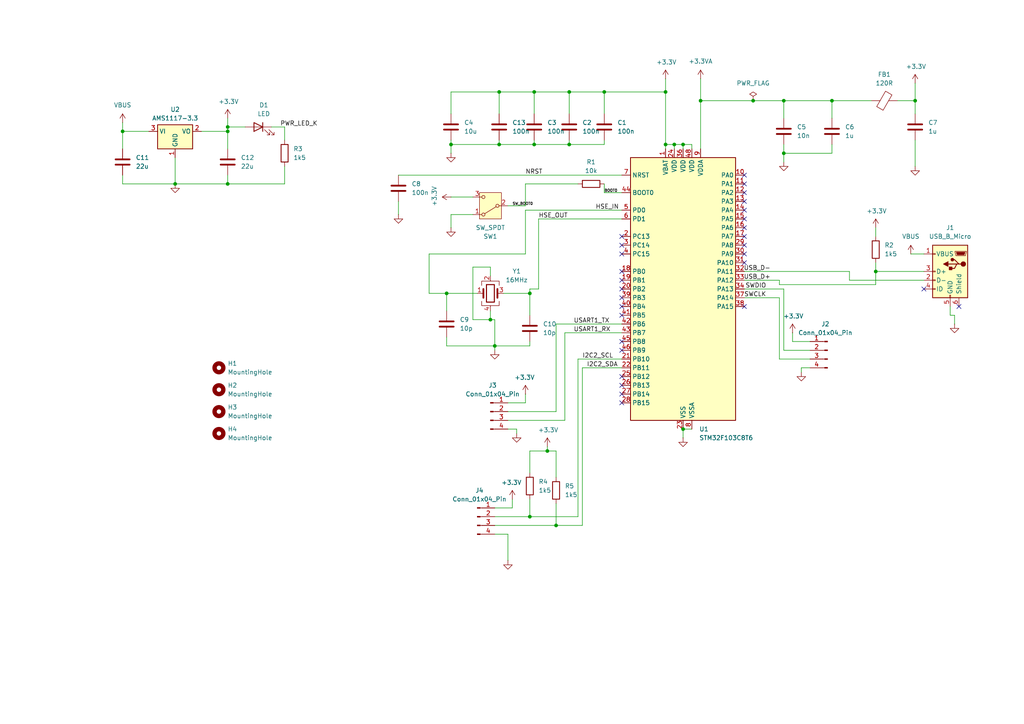
<source format=kicad_sch>
(kicad_sch (version 20250114) (generator "eeschema") (generator_version "9.0")
  (paper "A4")
  (title_block (title "STM32 PCB BOARD") (date "2025-04-25") (rev "0.1") (company "Denis"))
  (lib_symbols
    (symbol "Connector:Conn_01x04_Pin" (pin_names (offset 1.016) (hide yes))
      (property "Reference" "J" (at 0 5.08 0))
      (property "Value" "Conn_01x04_Pin" (at 0 -7.62 0))
      (symbol "Conn_01x04_Pin_1_1"
        (rectangle (start 0.8636 2.667) (end 0 2.413) (stroke (width 0.1524)) (fill (type outline)))
        (rectangle (start 0.8636 0.127) (end 0 -0.127) (stroke (width 0.1524)) (fill (type outline)))
        (rectangle (start 0.8636 -2.413) (end 0 -2.667) (stroke (width 0.1524)) (fill (type outline)))
        (rectangle (start 0.8636 -4.953) (end 0 -5.207) (stroke (width 0.1524)) (fill (type outline)))
        (polyline (pts (xy 1.27 2.54) (xy 0.8636 2.54)) (stroke (width 0.1524)))
        (polyline (pts (xy 1.27 0) (xy 0.8636 0)) (stroke (width 0.1524)))
        (polyline (pts (xy 1.27 -2.54) (xy 0.8636 -2.54)) (stroke (width 0.1524)))
        (polyline (pts (xy 1.27 -5.08) (xy 0.8636 -5.08)) (stroke (width 0.1524)))
        (pin passive line (at 5.08 2.54 180) (length 3.81) (name "Pin_1") (number "1"))
        (pin passive line (at 5.08 0 180) (length 3.81) (name "Pin_2") (number "2"))
        (pin passive line (at 5.08 -2.54 180) (length 3.81) (name "Pin_3") (number "3"))
        (pin passive line (at 5.08 -5.08 180) (length 3.81) (name "Pin_4") (number "4"))
      )
    )
    (symbol "Connector:USB_B_Micro" (pin_names (offset 1.016))
      (property "Reference" "J" (at -5.08 11.43 0))
      (property "Value" "USB_B_Micro" (at -5.08 8.89 0))
      (symbol "USB_B_Micro_0_1"
        (rectangle (start -5.08 -7.62) (end 5.08 7.62) (stroke (width 0.254)) (fill (type background)))
        (polyline (pts (xy -4.699 5.842) (xy -4.699 5.588) (xy -4.445 4.826) (xy -4.445 4.572) (xy -1.651 4.572) (xy -1.651 4.826) (xy -1.397 5.588) (xy -1.397 5.842) (xy -4.699 5.842)))
        (polyline (pts (xy -4.318 5.588) (xy -1.778 5.588) (xy -2.032 4.826) (xy -4.064 4.826) (xy -4.318 5.588)) (fill (type outline)))
        (circle (center -3.81 2.159) (radius 0.635) (stroke (width 0.254)) (fill (type outline)))
        (polyline (pts (xy -3.175 2.159) (xy -2.54 2.159) (xy -1.27 3.429) (xy -0.635 3.429)) (stroke (width 0.254)))
        (polyline (pts (xy -2.54 2.159) (xy -1.905 2.159) (xy -1.27 0.889) (xy 0 0.889)) (stroke (width 0.254)))
        (polyline (pts (xy -1.905 2.159) (xy 0.635 2.159)) (stroke (width 0.254)))
        (circle (center -0.635 3.429) (radius 0.381) (stroke (width 0.254)) (fill (type outline)))
        (rectangle (start -0.127 -7.62) (end 0.127 -6.858))
        (rectangle (start 0.254 1.27) (end -0.508 0.508) (stroke (width 0.254)) (fill (type outline)))
        (polyline (pts (xy 0.635 2.794) (xy 0.635 1.524) (xy 1.905 2.159) (xy 0.635 2.794)) (stroke (width 0.254)) (fill (type outline)))
        (rectangle (start 5.08 4.953) (end 4.318 5.207))
        (rectangle (start 5.08 -0.127) (end 4.318 0.127))
        (rectangle (start 5.08 -2.667) (end 4.318 -2.413))
        (rectangle (start 5.08 -5.207) (end 4.318 -4.953))
      )
      (symbol "USB_B_Micro_1_1"
        (pin passive line (at -2.54 -10.16 90) (length 2.54) (name "Shield") (number "6"))
        (pin power_out line (at 0 -10.16 90) (length 2.54) (name "GND") (number "5"))
        (pin power_out line (at 7.62 5.08 180) (length 2.54) (name "VBUS") (number "1"))
        (pin bidirectional line (at 7.62 0 180) (length 2.54) (name "D+") (number "3"))
        (pin bidirectional line (at 7.62 -2.54 180) (length 2.54) (name "D-") (number "2"))
        (pin passive line (at 7.62 -5.08 180) (length 2.54) (name "ID") (number "4"))
      )
    )
    (symbol "Device:C" (pin_numbers (hide yes)) (pin_names (offset 0.254))
      (property "Reference" "C" (at 0.635 2.54 0))
      (property "Value" "C" (at 0.635 -2.54 0))
      (symbol "C_0_1"
        (polyline (pts (xy -2.032 0.762) (xy 2.032 0.762)) (stroke (width 0.508)))
        (polyline (pts (xy -2.032 -0.762) (xy 2.032 -0.762)) (stroke (width 0.508)))
      )
      (symbol "C_1_1"
        (pin passive line (at 0 3.81 270) (length 2.794) (name "~") (number "1"))
        (pin passive line (at 0 -3.81 90) (length 2.794) (name "~") (number "2"))
      )
    )
    (symbol "Device:Crystal_GND24" (pin_names (offset 1.016) (hide yes))
      (property "Reference" "Y" (at 3.175 5.08 0))
      (property "Value" "Crystal_GND24" (at 3.175 3.175 0))
      (symbol "Crystal_GND24_0_1"
        (polyline (pts (xy -2.54 2.286) (xy -2.54 3.556) (xy 2.54 3.556) (xy 2.54 2.286)))
        (polyline (pts (xy -2.54 0) (xy -2.032 0)))
        (polyline (pts (xy -2.54 -2.286) (xy -2.54 -3.556) (xy 2.54 -3.556) (xy 2.54 -2.286)))
        (polyline (pts (xy -2.032 -1.27) (xy -2.032 1.27)) (stroke (width 0.508)))
        (rectangle (start -1.143 2.54) (end 1.143 -2.54) (stroke (width 0.3048)))
        (polyline (pts (xy 0 3.556) (xy 0 3.81)))
        (polyline (pts (xy 0 -3.81) (xy 0 -3.556)))
        (polyline (pts (xy 2.032 0) (xy 2.54 0)))
        (polyline (pts (xy 2.032 -1.27) (xy 2.032 1.27)) (stroke (width 0.508)))
      )
      (symbol "Crystal_GND24_1_1"
        (pin passive line (at -3.81 0 0) (length 1.27) (name "1") (number "1"))
        (pin passive line (at 0 5.08 270) (length 1.27) (name "2") (number "2"))
        (pin passive line (at 0 -5.08 90) (length 1.27) (name "4") (number "4"))
        (pin passive line (at 3.81 0 180) (length 1.27) (name "3") (number "3"))
      )
    )
    (symbol "Device:FerriteBead" (pin_numbers (hide yes)) (pin_names (offset 0))
      (property "Reference" "FB" (at -3.81 0.635 90))
      (property "Value" "FerriteBead" (at 3.81 0 90))
      (symbol "FerriteBead_0_1"
        (polyline (pts (xy -2.7686 0.4064) (xy -1.7018 2.2606) (xy 2.7686 -0.3048) (xy 1.6764 -2.159) (xy -2.7686 0.4064)))
        (polyline (pts (xy 0 1.27) (xy 0 1.2954)))
        (polyline (pts (xy 0 -1.27) (xy 0 -1.2192)))
      )
      (symbol "FerriteBead_1_1"
        (pin passive line (at 0 3.81 270) (length 2.54) (name "~") (number "1"))
        (pin passive line (at 0 -3.81 90) (length 2.54) (name "~") (number "2"))
      )
    )
    (symbol "Device:LED" (pin_numbers (hide yes)) (pin_names (offset 1.016) (hide yes))
      (property "Reference" "D" (at 0 2.54 0))
      (property "Value" "LED" (at 0 -2.54 0))
      (symbol "LED_0_1"
        (polyline (pts (xy -3.048 -0.762) (xy -4.572 -2.286) (xy -3.81 -2.286) (xy -4.572 -2.286) (xy -4.572 -1.524)))
        (polyline (pts (xy -1.778 -0.762) (xy -3.302 -2.286) (xy -2.54 -2.286) (xy -3.302 -2.286) (xy -3.302 -1.524)))
        (polyline (pts (xy -1.27 0) (xy 1.27 0)))
        (polyline (pts (xy -1.27 -1.27) (xy -1.27 1.27)) (stroke (width 0.254)))
        (polyline (pts (xy 1.27 -1.27) (xy 1.27 1.27) (xy -1.27 0) (xy 1.27 -1.27)) (stroke (width 0.254)))
      )
      (symbol "LED_1_1"
        (pin passive line (at -3.81 0 0) (length 2.54) (name "K") (number "1"))
        (pin passive line (at 3.81 0 180) (length 2.54) (name "A") (number "2"))
      )
    )
    (symbol "Device:R" (pin_numbers (hide yes)) (pin_names (offset 0))
      (property "Reference" "R" (at 2.032 0 90))
      (property "Value" "R" (at 0 0 90))
      (symbol "R_0_1"
        (rectangle (start -1.016 -2.54) (end 1.016 2.54) (stroke (width 0.254)))
      )
      (symbol "R_1_1"
        (pin passive line (at 0 3.81 270) (length 1.27) (name "~") (number "1"))
        (pin passive line (at 0 -3.81 90) (length 1.27) (name "~") (number "2"))
      )
    )
    (symbol "MCU_ST_STM32F1:STM32F103C8Tx"
      (property "Reference" "U" (at -15.24 39.37 0))
      (property "Value" "STM32F103C8Tx" (at 7.62 39.37 0))
      (symbol "STM32F103C8Tx_0_1"
        (rectangle (start -15.24 -38.1) (end 15.24 38.1) (stroke (width 0.254)) (fill (type background)))
      )
      (symbol "STM32F103C8Tx_1_1"
        (pin input line (at -17.78 33.02 0) (length 2.54) (name "NRST") (number "7"))
        (pin input line (at -17.78 27.94 0) (length 2.54) (name "BOOT0") (number "44"))
        (pin bidirectional line (at -17.78 22.86 0) (length 2.54) (name "PD0") (number "5"))
        (pin bidirectional line (at -17.78 20.32 0) (length 2.54) (name "PD1") (number "6"))
        (pin bidirectional line (at -17.78 15.24 0) (length 2.54) (name "PC13") (number "2"))
        (pin bidirectional line (at -17.78 12.7 0) (length 2.54) (name "PC14") (number "3"))
        (pin bidirectional line (at -17.78 10.16 0) (length 2.54) (name "PC15") (number "4"))
        (pin bidirectional line (at -17.78 5.08 0) (length 2.54) (name "PB0") (number "18"))
        (pin bidirectional line (at -17.78 2.54 0) (length 2.54) (name "PB1") (number "19"))
        (pin bidirectional line (at -17.78 0 0) (length 2.54) (name "PB2") (number "20"))
        (pin bidirectional line (at -17.78 -2.54 0) (length 2.54) (name "PB3") (number "39"))
        (pin bidirectional line (at -17.78 -5.08 0) (length 2.54) (name "PB4") (number "40"))
        (pin bidirectional line (at -17.78 -7.62 0) (length 2.54) (name "PB5") (number "41"))
        (pin bidirectional line (at -17.78 -10.16 0) (length 2.54) (name "PB6") (number "42"))
        (pin bidirectional line (at -17.78 -12.7 0) (length 2.54) (name "PB7") (number "43"))
        (pin bidirectional line (at -17.78 -15.24 0) (length 2.54) (name "PB8") (number "45"))
        (pin bidirectional line (at -17.78 -17.78 0) (length 2.54) (name "PB9") (number "46"))
        (pin bidirectional line (at -17.78 -20.32 0) (length 2.54) (name "PB10") (number "21"))
        (pin bidirectional line (at -17.78 -22.86 0) (length 2.54) (name "PB11") (number "22"))
        (pin bidirectional line (at -17.78 -25.4 0) (length 2.54) (name "PB12") (number "25"))
        (pin bidirectional line (at -17.78 -27.94 0) (length 2.54) (name "PB13") (number "26"))
        (pin bidirectional line (at -17.78 -30.48 0) (length 2.54) (name "PB14") (number "27"))
        (pin bidirectional line (at -17.78 -33.02 0) (length 2.54) (name "PB15") (number "28"))
        (pin power_in line (at -5.08 40.64 270) (length 2.54) (name "VBAT") (number "1"))
        (pin power_in line (at -2.54 40.64 270) (length 2.54) (name "VDD") (number "24"))
        (pin power_in line (at 0 40.64 270) (length 2.54) (name "VDD") (number "36"))
        (pin power_in line (at 0 -40.64 90) (length 2.54) (name "VSS") (number "23"))
        (pin passive line (at 0 -40.64 90) (length 2.54) (hide yes) (name "VSS") (number "35"))
        (pin passive line (at 0 -40.64 90) (length 2.54) (hide yes) (name "VSS") (number "47"))
        (pin power_in line (at 2.54 40.64 270) (length 2.54) (name "VDD") (number "48"))
        (pin power_in line (at 2.54 -40.64 90) (length 2.54) (name "VSSA") (number "8"))
        (pin power_in line (at 5.08 40.64 270) (length 2.54) (name "VDDA") (number "9"))
        (pin bidirectional line (at 17.78 33.02 180) (length 2.54) (name "PA0") (number "10"))
        (pin bidirectional line (at 17.78 30.48 180) (length 2.54) (name "PA1") (number "11"))
        (pin bidirectional line (at 17.78 27.94 180) (length 2.54) (name "PA2") (number "12"))
        (pin bidirectional line (at 17.78 25.4 180) (length 2.54) (name "PA3") (number "13"))
        (pin bidirectional line (at 17.78 22.86 180) (length 2.54) (name "PA4") (number "14"))
        (pin bidirectional line (at 17.78 20.32 180) (length 2.54) (name "PA5") (number "15"))
        (pin bidirectional line (at 17.78 17.78 180) (length 2.54) (name "PA6") (number "16"))
        (pin bidirectional line (at 17.78 15.24 180) (length 2.54) (name "PA7") (number "17"))
        (pin bidirectional line (at 17.78 12.7 180) (length 2.54) (name "PA8") (number "29"))
        (pin bidirectional line (at 17.78 10.16 180) (length 2.54) (name "PA9") (number "30"))
        (pin bidirectional line (at 17.78 7.62 180) (length 2.54) (name "PA10") (number "31"))
        (pin bidirectional line (at 17.78 5.08 180) (length 2.54) (name "PA11") (number "32"))
        (pin bidirectional line (at 17.78 2.54 180) (length 2.54) (name "PA12") (number "33"))
        (pin bidirectional line (at 17.78 0 180) (length 2.54) (name "PA13") (number "34"))
        (pin bidirectional line (at 17.78 -2.54 180) (length 2.54) (name "PA14") (number "37"))
        (pin bidirectional line (at 17.78 -5.08 180) (length 2.54) (name "PA15") (number "38"))
      )
    )
    (symbol "Mechanical:MountingHole" (pin_names (offset 1.016)) (in_bom no)
      (property "Reference" "H" (at 0 5.08 0))
      (property "Value" "MountingHole" (at 0 3.175 0))
      (symbol "MountingHole_0_1"
        (circle (center 0 0) (radius 1.27) (stroke (width 1.27)))
      )
    )
    (symbol "Regulator_Linear:AMS1117-3.3"
      (property "Reference" "U" (at -3.81 3.175 0))
      (property "Value" "AMS1117-3.3" (at 0 3.175 0))
      (symbol "AMS1117-3.3_0_1"
        (rectangle (start -5.08 -5.08) (end 5.08 1.905) (stroke (width 0.254)) (fill (type background)))
      )
      (symbol "AMS1117-3.3_1_1"
        (pin power_in line (at -7.62 0 0) (length 2.54) (name "VI") (number "3"))
        (pin power_in line (at 0 -7.62 90) (length 2.54) (name "GND") (number "1"))
        (pin power_out line (at 7.62 0 180) (length 2.54) (name "VO") (number "2"))
      )
    )
    (symbol "Switch:SW_SPDT" (pin_names (offset 0) (hide yes))
      (property "Reference" "SW" (at 0 5.08 0))
      (property "Value" "SW_SPDT" (at 0 -5.08 0))
      (symbol "SW_SPDT_0_1"
        (circle (center -2.032 0) (radius 0.4572))
        (polyline (pts (xy -1.651 0.254) (xy 1.651 2.286)))
        (circle (center 2.032 2.54) (radius 0.4572))
        (circle (center 2.032 -2.54) (radius 0.4572))
      )
      (symbol "SW_SPDT_1_1"
        (rectangle (start -3.175 3.81) (end 3.175 -3.81) (fill (type background)))
        (pin passive line (at -5.08 0 0) (length 2.54) (name "B") (number "2"))
        (pin passive line (at 5.08 2.54 180) (length 2.54) (name "A") (number "1"))
        (pin passive line (at 5.08 -2.54 180) (length 2.54) (name "C") (number "3"))
      )
    )
    (symbol "power:+3.3V" (power) (pin_numbers (hide yes)) (pin_names (offset 0) (hide yes))
      (property "Value" "+3.3V" (at 0 3.556 0))
      (symbol "+3.3V_0_1"
        (polyline (pts (xy -0.762 1.27) (xy 0 2.54)))
        (polyline (pts (xy 0 2.54) (xy 0.762 1.27)))
        (polyline (pts (xy 0 0) (xy 0 2.54)))
      )
      (symbol "+3.3V_1_1"
        (pin power_in line (at 0 0 90) (length 0) (name "~") (number "1"))
      )
    )
    (symbol "power:+3.3VA" (power) (pin_numbers (hide yes)) (pin_names (offset 0) (hide yes))
      (property "Value" "+3.3VA" (at 0 3.556 0))
      (symbol "+3.3VA_0_1"
        (polyline (pts (xy -0.762 1.27) (xy 0 2.54)))
        (polyline (pts (xy 0 2.54) (xy 0.762 1.27)))
        (polyline (pts (xy 0 0) (xy 0 2.54)))
      )
      (symbol "+3.3VA_1_1"
        (pin power_in line (at 0 0 90) (length 0) (name "~") (number "1"))
      )
    )
    (symbol "power:GND" (power) (pin_numbers (hide yes)) (pin_names (offset 0) (hide yes))
      (property "Value" "GND" (at 0 -3.81 0))
      (symbol "GND_0_1"
        (polyline (pts (xy 0 0) (xy 0 -1.27) (xy 1.27 -1.27) (xy 0 -2.54) (xy -1.27 -1.27) (xy 0 -1.27)))
      )
      (symbol "GND_1_1"
        (pin power_in line (at 0 0 270) (length 0) (name "~") (number "1"))
      )
    )
    (symbol "power:PWR_FLAG" (power) (pin_numbers (hide yes)) (pin_names (offset 0) (hide yes))
      (property "Value" "PWR_FLAG" (at 0 3.81 0))
      (symbol "PWR_FLAG_0_0"
        (pin power_out line (at 0 0 90) (length 0) (name "~") (number "1"))
      )
      (symbol "PWR_FLAG_0_1"
        (polyline (pts (xy 0 0) (xy 0 1.27) (xy -1.016 1.905) (xy 0 2.54) (xy 1.016 1.905) (xy 0 1.27)))
      )
    )
    (symbol "power:VBUS" (power) (pin_numbers (hide yes)) (pin_names (offset 0) (hide yes))
      (property "Value" "VBUS" (at 0 3.556 0))
      (symbol "VBUS_0_1"
        (polyline (pts (xy -0.762 1.27) (xy 0 2.54)))
        (polyline (pts (xy 0 2.54) (xy 0.762 1.27)))
        (polyline (pts (xy 0 0) (xy 0 2.54)))
      )
      (symbol "VBUS_1_1"
        (pin power_in line (at 0 0 90) (length 0) (name "~") (number "1"))
      )
    )
  )
  (junction (at 154.94 26.67))
  (junction (at 203.2 29.21))
  (junction (at 153.67 149.86))
  (junction (at 198.12 124.46))
  (junction (at 165.1 26.67))
  (junction (at 153.67 85.09))
  (junction (at 193.04 41.91))
  (junction (at 195.58 41.91))
  (junction (at 129.54 85.09))
  (junction (at 165.1 41.91))
  (junction (at 35.56 38.1))
  (junction (at 142.24 92.71))
  (junction (at 198.12 41.91))
  (junction (at 143.51 100.33))
  (junction (at 130.81 41.91))
  (junction (at 193.04 26.67))
  (junction (at 265.43 29.21))
  (junction (at 50.8 53.34))
  (junction (at 154.94 41.91))
  (junction (at 227.33 44.45))
  (junction (at 144.78 41.91))
  (junction (at 66.04 38.1))
  (junction (at 161.29 152.4))
  (junction (at 66.04 53.34))
  (junction (at 175.26 26.67))
  (junction (at 144.78 26.67))
  (junction (at 158.75 130.81))
  (junction (at 254 78.74))
  (junction (at 66.04 36.83))
  (junction (at 241.3 29.21))
  (junction (at 227.33 29.21))
  (junction (at 218.44 29.21))
  (no_connect (at 215.9 73.66))
  (no_connect (at 180.34 88.9))
  (no_connect (at 180.34 109.22))
  (no_connect (at 180.34 101.6))
  (no_connect (at 180.34 83.82))
  (no_connect (at 180.34 86.36))
  (no_connect (at 215.9 58.42))
  (no_connect (at 215.9 60.96))
  (no_connect (at 215.9 71.12))
  (no_connect (at 215.9 55.88))
  (no_connect (at 215.9 53.34))
  (no_connect (at 215.9 76.2))
  (no_connect (at 215.9 68.58))
  (no_connect (at 180.34 91.44))
  (no_connect (at 180.34 116.84))
  (no_connect (at 180.34 81.28))
  (no_connect (at 267.97 83.82))
  (no_connect (at 215.9 50.8))
  (no_connect (at 180.34 78.74))
  (no_connect (at 180.34 111.76))
  (no_connect (at 180.34 71.12))
  (no_connect (at 278.13 88.9))
  (no_connect (at 180.34 68.58))
  (no_connect (at 215.9 63.5))
  (no_connect (at 180.34 73.66))
  (no_connect (at 215.9 88.9))
  (no_connect (at 215.9 66.04))
  (no_connect (at 180.34 114.3))
  (no_connect (at 180.34 99.06))
  (wire (pts (xy 227.33 34.29) (xy 227.33 29.21)))
  (wire (pts (xy 203.2 29.21) (xy 203.2 43.18)))
  (wire (pts (xy 144.78 40.64) (xy 144.78 41.91)))
  (wire (pts (xy 165.1 26.67) (xy 175.26 26.67)))
  (wire (pts (xy 234.95 99.06) (xy 229.87 99.06)))
  (wire (pts (xy 154.94 40.64) (xy 154.94 41.91)))
  (wire (pts (xy 161.29 93.98) (xy 161.29 119.38)))
  (wire (pts (xy 175.26 41.91) (xy 165.1 41.91)))
  (wire (pts (xy 130.81 62.23) (xy 130.81 66.04)))
  (wire (pts (xy 234.95 104.14) (xy 226.06 104.14)))
  (wire (pts (xy 152.4 59.69) (xy 147.32 59.69)))
  (wire (pts (xy 130.81 33.02) (xy 130.81 26.67)))
  (wire (pts (xy 143.51 101.6) (xy 143.51 100.33)))
  (wire (pts (xy 50.8 45.72) (xy 50.8 53.34)))
  (wire (pts (xy 227.33 44.45) (xy 227.33 46.99)))
  (wire (pts (xy 35.56 35.56) (xy 35.56 38.1)))
  (wire (pts (xy 66.04 36.83) (xy 71.12 36.83)))
  (wire (pts (xy 144.78 41.91) (xy 130.81 41.91)))
  (wire (pts (xy 254 82.55) (xy 226.06 82.55)))
  (wire (pts (xy 156.21 83.82) (xy 156.21 63.5)))
  (wire (pts (xy 265.43 40.64) (xy 265.43 48.26)))
  (wire (pts (xy 267.97 81.28) (xy 246.38 81.28)))
  (wire (pts (xy 143.51 100.33) (xy 143.51 92.71)))
  (wire (pts (xy 156.21 63.5) (xy 180.34 63.5)))
  (wire (pts (xy 227.33 41.91) (xy 227.33 44.45)))
  (wire (pts (xy 153.67 144.78) (xy 153.67 149.86)))
  (wire (pts (xy 276.86 93.98) (xy 276.86 91.44)))
  (wire (pts (xy 152.4 53.34) (xy 167.64 53.34)))
  (wire (pts (xy 143.51 92.71) (xy 142.24 92.71)))
  (wire (pts (xy 130.81 40.64) (xy 130.81 41.91)))
  (wire (pts (xy 275.59 91.44) (xy 275.59 88.9)))
  (wire (pts (xy 82.55 36.83) (xy 82.55 40.64)))
  (wire (pts (xy 198.12 41.91) (xy 200.66 41.91)))
  (wire (pts (xy 168.91 106.68) (xy 168.91 152.4)))
  (wire (pts (xy 129.54 100.33) (xy 143.51 100.33)))
  (wire (pts (xy 130.81 57.15) (xy 137.16 57.15)))
  (wire (pts (xy 218.44 29.21) (xy 203.2 29.21)))
  (wire (pts (xy 175.26 26.67) (xy 193.04 26.67)))
  (wire (pts (xy 147.32 154.94) (xy 147.32 162.56)))
  (wire (pts (xy 167.64 104.14) (xy 180.34 104.14)))
  (wire (pts (xy 264.16 73.66) (xy 267.97 73.66)))
  (wire (pts (xy 147.32 116.84) (xy 152.4 116.84)))
  (wire (pts (xy 137.16 92.71) (xy 142.24 92.71)))
  (wire (pts (xy 152.4 73.66) (xy 152.4 60.96)))
  (wire (pts (xy 152.4 60.96) (xy 180.34 60.96)))
  (wire (pts (xy 260.35 29.21) (xy 265.43 29.21)))
  (wire (pts (xy 232.41 106.68) (xy 232.41 107.95)))
  (wire (pts (xy 215.9 78.74) (xy 246.38 78.74)))
  (wire (pts (xy 241.3 29.21) (xy 252.73 29.21)))
  (wire (pts (xy 234.95 106.68) (xy 232.41 106.68)))
  (wire (pts (xy 149.86 124.46) (xy 149.86 125.73)))
  (wire (pts (xy 146.05 85.09) (xy 153.67 85.09)))
  (wire (pts (xy 193.04 41.91) (xy 195.58 41.91)))
  (wire (pts (xy 168.91 106.68) (xy 180.34 106.68)))
  (wire (pts (xy 175.26 55.88) (xy 180.34 55.88)))
  (wire (pts (xy 148.59 147.32) (xy 148.59 144.78)))
  (wire (pts (xy 175.26 53.34) (xy 175.26 55.88)))
  (wire (pts (xy 161.29 152.4) (xy 168.91 152.4)))
  (wire (pts (xy 66.04 50.8) (xy 66.04 53.34)))
  (wire (pts (xy 129.54 97.79) (xy 129.54 100.33)))
  (wire (pts (xy 161.29 146.05) (xy 161.29 152.4)))
  (wire (pts (xy 193.04 26.67) (xy 193.04 41.91)))
  (wire (pts (xy 246.38 81.28) (xy 246.38 78.74)))
  (wire (pts (xy 66.04 38.1) (xy 66.04 43.18)))
  (wire (pts (xy 82.55 48.26) (xy 82.55 53.34)))
  (wire (pts (xy 229.87 99.06) (xy 229.87 96.52)))
  (wire (pts (xy 193.04 22.86) (xy 193.04 26.67)))
  (wire (pts (xy 142.24 92.71) (xy 142.24 90.17)))
  (wire (pts (xy 180.34 93.98) (xy 161.29 93.98)))
  (wire (pts (xy 198.12 124.46) (xy 200.66 124.46)))
  (wire (pts (xy 158.75 130.81) (xy 153.67 130.81)))
  (wire (pts (xy 195.58 41.91) (xy 195.58 43.18)))
  (wire (pts (xy 154.94 26.67) (xy 154.94 33.02)))
  (wire (pts (xy 144.78 26.67) (xy 154.94 26.67)))
  (wire (pts (xy 234.95 101.6) (xy 227.33 101.6)))
  (wire (pts (xy 200.66 41.91) (xy 200.66 43.18)))
  (wire (pts (xy 66.04 36.83) (xy 66.04 38.1)))
  (wire (pts (xy 152.4 116.84) (xy 152.4 114.3)))
  (wire (pts (xy 137.16 77.47) (xy 137.16 92.71)))
  (wire (pts (xy 198.12 124.46) (xy 198.12 127)))
  (wire (pts (xy 241.3 41.91) (xy 241.3 44.45)))
  (wire (pts (xy 143.51 149.86) (xy 153.67 149.86)))
  (wire (pts (xy 175.26 26.67) (xy 175.26 33.02)))
  (wire (pts (xy 254 78.74) (xy 254 82.55)))
  (wire (pts (xy 58.42 38.1) (xy 66.04 38.1)))
  (wire (pts (xy 143.51 152.4) (xy 161.29 152.4)))
  (wire (pts (xy 130.81 26.67) (xy 144.78 26.67)))
  (wire (pts (xy 193.04 41.91) (xy 193.04 43.18)))
  (wire (pts (xy 165.1 26.67) (xy 165.1 33.02)))
  (wire (pts (xy 165.1 40.64) (xy 165.1 41.91)))
  (wire (pts (xy 265.43 24.13) (xy 265.43 29.21)))
  (wire (pts (xy 154.94 41.91) (xy 144.78 41.91)))
  (wire (pts (xy 227.33 29.21) (xy 218.44 29.21)))
  (wire (pts (xy 226.06 104.14) (xy 226.06 86.36)))
  (wire (pts (xy 35.56 38.1) (xy 43.18 38.1)))
  (wire (pts (xy 153.67 83.82) (xy 153.67 85.09)))
  (wire (pts (xy 167.64 149.86) (xy 167.64 104.14)))
  (wire (pts (xy 203.2 22.86) (xy 203.2 29.21)))
  (wire (pts (xy 153.67 130.81) (xy 153.67 137.16)))
  (wire (pts (xy 241.3 29.21) (xy 227.33 29.21)))
  (wire (pts (xy 254 76.2) (xy 254 78.74)))
  (wire (pts (xy 241.3 34.29) (xy 241.3 29.21)))
  (wire (pts (xy 78.74 36.83) (xy 82.55 36.83)))
  (wire (pts (xy 265.43 29.21) (xy 265.43 33.02)))
  (wire (pts (xy 165.1 41.91) (xy 154.94 41.91)))
  (wire (pts (xy 241.3 44.45) (xy 227.33 44.45)))
  (wire (pts (xy 115.57 50.8) (xy 180.34 50.8)))
  (wire (pts (xy 153.67 100.33) (xy 143.51 100.33)))
  (wire (pts (xy 144.78 26.67) (xy 144.78 33.02)))
  (wire (pts (xy 115.57 58.42) (xy 115.57 62.23)))
  (wire (pts (xy 147.32 121.92) (xy 163.83 121.92)))
  (wire (pts (xy 35.56 53.34) (xy 50.8 53.34)))
  (wire (pts (xy 254 66.04) (xy 254 68.58)))
  (wire (pts (xy 158.75 129.54) (xy 158.75 130.81)))
  (wire (pts (xy 124.46 73.66) (xy 152.4 73.66)))
  (wire (pts (xy 129.54 85.09) (xy 124.46 85.09)))
  (wire (pts (xy 124.46 85.09) (xy 124.46 73.66)))
  (wire (pts (xy 226.06 82.55) (xy 226.06 81.28)))
  (wire (pts (xy 137.16 62.23) (xy 130.81 62.23)))
  (wire (pts (xy 130.81 41.91) (xy 130.81 44.45)))
  (wire (pts (xy 138.43 85.09) (xy 129.54 85.09)))
  (wire (pts (xy 82.55 53.34) (xy 66.04 53.34)))
  (wire (pts (xy 143.51 147.32) (xy 148.59 147.32)))
  (wire (pts (xy 66.04 34.29) (xy 66.04 36.83)))
  (wire (pts (xy 198.12 41.91) (xy 198.12 43.18)))
  (wire (pts (xy 163.83 96.52) (xy 163.83 121.92)))
  (wire (pts (xy 215.9 86.36) (xy 226.06 86.36)))
  (wire (pts (xy 161.29 130.81) (xy 158.75 130.81)))
  (wire (pts (xy 195.58 41.91) (xy 198.12 41.91)))
  (wire (pts (xy 180.34 96.52) (xy 163.83 96.52)))
  (wire (pts (xy 154.94 26.67) (xy 165.1 26.67)))
  (wire (pts (xy 35.56 43.18) (xy 35.56 38.1)))
  (wire (pts (xy 267.97 78.74) (xy 254 78.74)))
  (wire (pts (xy 153.67 149.86) (xy 167.64 149.86)))
  (wire (pts (xy 153.67 99.06) (xy 153.67 100.33)))
  (wire (pts (xy 147.32 124.46) (xy 149.86 124.46)))
  (wire (pts (xy 143.51 154.94) (xy 147.32 154.94)))
  (wire (pts (xy 142.24 80.01) (xy 142.24 77.47)))
  (wire (pts (xy 161.29 138.43) (xy 161.29 130.81)))
  (wire (pts (xy 215.9 83.82) (xy 227.33 83.82)))
  (wire (pts (xy 129.54 85.09) (xy 129.54 90.17)))
  (wire (pts (xy 147.32 119.38) (xy 161.29 119.38)))
  (wire (pts (xy 227.33 101.6) (xy 227.33 83.82)))
  (wire (pts (xy 215.9 81.28) (xy 226.06 81.28)))
  (wire (pts (xy 175.26 40.64) (xy 175.26 41.91)))
  (wire (pts (xy 276.86 91.44) (xy 275.59 91.44)))
  (wire (pts (xy 153.67 83.82) (xy 156.21 83.82)))
  (wire (pts (xy 66.04 53.34) (xy 50.8 53.34)))
  (wire (pts (xy 152.4 53.34) (xy 152.4 59.69)))
  (wire (pts (xy 142.24 77.47) (xy 137.16 77.47)))
  (wire (pts (xy 153.67 85.09) (xy 153.67 91.44)))
  (wire (pts (xy 35.56 50.8) (xy 35.56 53.34)))
  (label "HSE_IN" (at 172.72 60.96 0))
  (label "I2C2_SDA" (at 170.18 106.68 0))
  (label "USART1_TX" (at 166.37 93.98 0))
  (label "BOOT0" (at 175.26 55.88 0) (effects (font (size 0.762 0.762))))
  (label "USB_D-" (at 223.52 78.74 180))
  (label "USB_D+" (at 223.52 81.28 180))
  (label "SWDIO" (at 222.25 83.82 180))
  (label "PWR_LED_K" (at 81.28 36.83 0))
  (label "I2C2_SCL" (at 168.91 104.14 0))
  (label "SW_BOOT0" (at 148.59 59.69 0) (effects (font (size 0.762 0.762))))
  (label "SWCLK" (at 222.25 86.36 180))
  (label "NRST" (at 152.4 50.8 0))
  (label "USART1_RX" (at 166.37 96.52 0))
  (label "HSE_OUT" (at 156.21 63.5 0))
  (symbol (lib_id "Device:R") (at 254 72.39 0) (unit 1)
    (property "Reference" "R2" (at 256.54 71.1199 0) (effects (justify left)))
    (property "Value" "1k5" (at 256.54 73.6599 0) (effects (justify left)))
    (property "Footprint" "Resistor_SMD:R_0402_1005Metric" (effects (hide yes)))
    (property "Description" "Resistor" (effects (hide yes)))
  )
  (symbol (lib_id "power:PWR_FLAG") (at 218.44 29.21 0) (unit 1)
    (property "Reference" "#FLG01" (effects (hide yes)))
    (property "Value" "PWR_FLAG" (at 218.44 24.13 0))
    (property "Description" "Special symbol for telling ERC where power comes from" (effects (hide yes)))
  )
  (symbol (lib_id "Connector:Conn_01x04_Pin") (at 138.43 149.86 0) (unit 1)
    (property "Reference" "J4" (at 139.065 142.24 0))
    (property "Value" "Conn_01x04_Pin" (at 139.065 144.78 0))
    (property "Footprint" "Connector_PinHeader_2.54mm:PinHeader_1x04_P2.54mm_Vertical" (effects (hide yes)))
    (property "Description" "Generic connector, single row, 01x04, script generated" (effects (hide yes)))
  )
  (symbol (lib_id "Device:C") (at 154.94 36.83 0) (unit 1)
    (property "Reference" "C3" (at 158.75 35.5599 0) (effects (justify left)))
    (property "Value" "100n" (at 158.75 38.0999 0) (effects (justify left)))
    (property "Footprint" "Capacitor_SMD:C_0402_1005Metric" (effects (hide yes)))
    (property "Description" "Unpolarized capacitor" (effects (hide yes)))
  )
  (symbol (lib_id "Connector:Conn_01x04_Pin") (at 142.24 119.38 0) (unit 1)
    (property "Reference" "J3" (at 142.875 111.76 0))
    (property "Value" "Conn_01x04_Pin" (at 142.875 114.3 0))
    (property "Footprint" "Connector_PinHeader_2.54mm:PinHeader_1x04_P2.54mm_Vertical" (effects (hide yes)))
    (property "Description" "Generic connector, single row, 01x04, script generated" (effects (hide yes)))
  )
  (symbol (lib_id "power:+3.3V") (at 158.75 129.54 0) (unit 1)
    (property "Reference" "#PWR024" (effects (hide yes)))
    (property "Value" "+3.3V" (at 159.004 124.714 0))
    (property "Description" "Power symbol creates a global label with name \"+3.3V\"" (effects (hide yes)))
  )
  (symbol (lib_id "power:VBUS") (at 264.16 73.66 0) (unit 1)
    (property "Reference" "#PWR013" (effects (hide yes)))
    (property "Value" "VBUS" (at 264.16 68.58 0))
    (property "Description" "Power symbol creates a global label with name \"VBUS\"" (effects (hide yes)))
  )
  (symbol (lib_id "power:GND") (at 276.86 93.98 0) (unit 1)
    (property "Reference" "#PWR012" (effects (hide yes)))
    (property "Value" "GND" (effects (hide yes)))
    (property "Description" "Power symbol creates a global label with name \"GND\" , ground" (effects (hide yes)))
  )
  (symbol (lib_id "power:GND") (at 115.57 62.23 0) (unit 1)
    (property "Reference" "#PWR08" (effects (hide yes)))
    (property "Value" "GND" (effects (hide yes)))
    (property "Description" "Power symbol creates a global label with name \"GND\" , ground" (effects (hide yes)))
  )
  (symbol (lib_id "power:GND") (at 130.81 66.04 0) (unit 1)
    (property "Reference" "#PWR09" (effects (hide yes)))
    (property "Value" "GND" (effects (hide yes)))
    (property "Description" "Power symbol creates a global label with name \"GND\" , ground" (effects (hide yes)))
  )
  (symbol (lib_id "power:GND") (at 265.43 48.26 0) (unit 1)
    (property "Reference" "#PWR06" (effects (hide yes)))
    (property "Value" "GND" (effects (hide yes)))
    (property "Description" "Power symbol creates a global label with name \"GND\" , ground" (effects (hide yes)))
  )
  (symbol (lib_id "power:+3.3V") (at 229.87 96.52 0) (unit 1)
    (property "Reference" "#PWR016" (effects (hide yes)))
    (property "Value" "+3.3V" (at 230.124 91.694 0))
    (property "Description" "Power symbol creates a global label with name \"+3.3V\"" (effects (hide yes)))
  )
  (symbol (lib_id "power:GND") (at 130.81 44.45 0) (unit 1)
    (property "Reference" "#PWR03" (effects (hide yes)))
    (property "Value" "GND" (effects (hide yes)))
    (property "Description" "Power symbol creates a global label with name \"GND\" , ground" (effects (hide yes)))
  )
  (symbol (lib_id "power:GND") (at 232.41 107.95 0) (unit 1)
    (property "Reference" "#PWR015" (effects (hide yes)))
    (property "Value" "GND" (effects (hide yes)))
    (property "Description" "Power symbol creates a global label with name \"GND\" , ground" (effects (hide yes)))
  )
  (symbol (lib_id "Device:C") (at 35.56 46.99 0) (unit 1)
    (property "Reference" "C11" (at 39.37 45.7199 0) (effects (justify left)))
    (property "Value" "22u" (at 39.37 48.2599 0) (effects (justify left)))
    (property "Footprint" "Capacitor_SMD:C_0805_2012Metric" (effects (hide yes)))
    (property "Description" "Unpolarized capacitor" (effects (hide yes)))
  )
  (symbol (lib_id "Device:LED") (at 74.93 36.83 0) (mirror y) (unit 1)
    (property "Reference" "D1" (at 76.5175 30.48 0))
    (property "Value" "LED" (at 76.5175 33.02 0))
    (property "Footprint" "LED_SMD:LED_0603_1608Metric" (effects (hide yes)))
    (property "Description" "Light emitting diode" (effects (hide yes)))
    (property "Sim.Pins" "1=K 2=A" (effects (hide yes)))
  )
  (symbol (lib_id "MCU_ST_STM32F1:STM32F103C8Tx") (at 198.12 83.82 0) (unit 1)
    (property "Reference" "U1" (at 202.8033 124.46 0) (effects (justify left)))
    (property "Value" "STM32F103C8T6" (at 202.8033 127 0) (effects (justify left)))
    (property "Footprint" "Package_QFP:LQFP-48_7x7mm_P0.5mm" (effects (hide yes)))
    (property "Datasheet" "https://www.st.com/resource/en/datasheet/stm32f103c8.pdf" (effects (hide yes)))
    (property "Description" "STMicroelectronics Arm Cortex-M3 MCU, 64KB flash, 20KB RAM, 72 MHz, 2.0-3.6V, 37 GPIO, LQFP48" (effects (hide yes)))
  )
  (symbol (lib_id "power:GND") (at 149.86 125.73 0) (mirror y) (unit 1)
    (property "Reference" "#PWR021" (effects (hide yes)))
    (property "Value" "GND" (effects (hide yes)))
    (property "Description" "Power symbol creates a global label with name \"GND\" , ground" (effects (hide yes)))
  )
  (symbol (lib_id "Device:R") (at 82.55 44.45 0) (unit 1)
    (property "Reference" "R3" (at 85.09 43.1799 0) (effects (justify left)))
    (property "Value" "1k5" (at 85.09 45.7199 0) (effects (justify left)))
    (property "Footprint" "Resistor_SMD:R_0402_1005Metric" (effects (hide yes)))
    (property "Description" "Resistor" (effects (hide yes)))
  )
  (symbol (lib_id "power:+3.3V") (at 66.04 34.29 0) (unit 1)
    (property "Reference" "#PWR019" (effects (hide yes)))
    (property "Value" "+3.3V" (at 66.294 29.464 0))
    (property "Description" "Power symbol creates a global label with name \"+3.3V\"" (effects (hide yes)))
  )
  (symbol (lib_id "power:GND") (at 227.33 46.99 0) (unit 1)
    (property "Reference" "#PWR05" (effects (hide yes)))
    (property "Value" "GND" (effects (hide yes)))
    (property "Description" "Power symbol creates a global label with name \"GND\" , ground" (effects (hide yes)))
  )
  (symbol (lib_id "Mechanical:MountingHole") (at 63.5 113.03 0) (unit 1) (in_bom no)
    (property "Reference" "H2" (at 66.04 111.7599 0) (effects (justify left)))
    (property "Value" "MountingHole" (at 66.04 114.2999 0) (effects (justify left)))
    (property "Footprint" "MountingHole:MountingHole_2.2mm_M2" (effects (hide yes)))
    (property "Description" "Mounting Hole without connection" (effects (hide yes)))
  )
  (symbol (lib_id "Regulator_Linear:AMS1117-3.3") (at 50.8 38.1 0) (unit 1)
    (property "Reference" "U2" (at 50.8 31.75 0))
    (property "Value" "AMS1117-3.3" (at 50.8 34.29 0))
    (property "Footprint" "Package_TO_SOT_SMD:SOT-223-3_TabPin2" (effects (hide yes)))
    (property "Datasheet" "http://www.advanced-monolithic.com/pdf/ds1117.pdf" (effects (hide yes)))
    (property "Description" "1A Low Dropout regulator, positive, 3.3V fixed output, SOT-223" (effects (hide yes)))
  )
  (symbol (lib_id "Device:C") (at 144.78 36.83 0) (unit 1)
    (property "Reference" "C13" (at 148.59 35.5599 0) (effects (justify left)))
    (property "Value" "100n" (at 148.59 38.0999 0) (effects (justify left)))
    (property "Footprint" "Capacitor_SMD:C_0402_1005Metric" (effects (hide yes)))
    (property "Description" "Unpolarized capacitor" (effects (hide yes)))
  )
  (symbol (lib_id "power:GND") (at 50.8 53.34 0) (unit 1)
    (property "Reference" "#PWR017" (effects (hide yes)))
    (property "Value" "GND" (effects (hide yes)))
    (property "Description" "Power symbol creates a global label with name \"GND\" , ground" (effects (hide yes)))
  )
  (symbol (lib_id "power:+3.3V") (at 193.04 22.86 0) (unit 1)
    (property "Reference" "#PWR02" (effects (hide yes)))
    (property "Value" "+3.3V" (at 193.294 18.034 0))
    (property "Description" "Power symbol creates a global label with name \"+3.3V\"" (effects (hide yes)))
  )
  (symbol (lib_id "Device:C") (at 66.04 46.99 0) (unit 1)
    (property "Reference" "C12" (at 69.85 45.7199 0) (effects (justify left)))
    (property "Value" "22u" (at 69.85 48.2599 0) (effects (justify left)))
    (property "Footprint" "Capacitor_SMD:C_0805_2012Metric" (effects (hide yes)))
    (property "Description" "Unpolarized capacitor" (effects (hide yes)))
  )
  (symbol (lib_id "Device:R") (at 161.29 142.24 0) (unit 1)
    (property "Reference" "R5" (at 163.83 140.9699 0) (effects (justify left)))
    (property "Value" "1k5" (at 163.83 143.5099 0) (effects (justify left)))
    (property "Footprint" "Resistor_SMD:R_0402_1005Metric" (effects (hide yes)))
    (property "Description" "Resistor" (effects (hide yes)))
  )
  (symbol (lib_id "power:GND") (at 198.12 127 0) (unit 1)
    (property "Reference" "#PWR01" (effects (hide yes)))
    (property "Value" "GND" (effects (hide yes)))
    (property "Description" "Power symbol creates a global label with name \"GND\" , ground" (effects (hide yes)))
  )
  (symbol (lib_id "power:GND") (at 147.32 162.56 0) (mirror y) (unit 1)
    (property "Reference" "#PWR022" (effects (hide yes)))
    (property "Value" "GND" (effects (hide yes)))
    (property "Description" "Power symbol creates a global label with name \"GND\" , ground" (effects (hide yes)))
  )
  (symbol (lib_id "Device:R") (at 153.67 140.97 0) (unit 1)
    (property "Reference" "R4" (at 156.21 139.6999 0) (effects (justify left)))
    (property "Value" "1k5" (at 156.21 142.2399 0) (effects (justify left)))
    (property "Footprint" "Resistor_SMD:R_0402_1005Metric" (effects (hide yes)))
    (property "Description" "Resistor" (effects (hide yes)))
  )
  (symbol (lib_id "Device:C") (at 129.54 93.98 0) (unit 1)
    (property "Reference" "C9" (at 133.35 92.7099 0) (effects (justify left)))
    (property "Value" "10p" (at 133.35 95.2499 0) (effects (justify left)))
    (property "Footprint" "Capacitor_SMD:C_0402_1005Metric" (effects (hide yes)))
    (property "Description" "Unpolarized capacitor" (effects (hide yes)))
  )
  (symbol (lib_id "power:+3.3V") (at 148.59 144.78 0) (mirror y) (unit 1)
    (property "Reference" "#PWR023" (effects (hide yes)))
    (property "Value" "+3.3V" (at 148.336 139.954 0))
    (property "Description" "Power symbol creates a global label with name \"+3.3V\"" (effects (hide yes)))
  )
  (symbol (lib_id "Device:C") (at 165.1 36.83 0) (unit 1)
    (property "Reference" "C2" (at 168.91 35.5599 0) (effects (justify left)))
    (property "Value" "100n" (at 168.91 38.0999 0) (effects (justify left)))
    (property "Footprint" "Capacitor_SMD:C_0402_1005Metric" (effects (hide yes)))
    (property "Description" "Unpolarized capacitor" (effects (hide yes)))
  )
  (symbol (lib_id "Mechanical:MountingHole") (at 63.5 119.38 0) (unit 1) (in_bom no)
    (property "Reference" "H3" (at 66.04 118.1099 0) (effects (justify left)))
    (property "Value" "MountingHole" (at 66.04 120.6499 0) (effects (justify left)))
    (property "Footprint" "MountingHole:MountingHole_2.2mm_M2" (effects (hide yes)))
    (property "Description" "Mounting Hole without connection" (effects (hide yes)))
  )
  (symbol (lib_id "Device:R") (at 171.45 53.34 90) (unit 1)
    (property "Reference" "R1" (at 171.45 46.99 90))
    (property "Value" "10k" (at 171.45 49.53 90))
    (property "Footprint" "Resistor_SMD:R_0402_1005Metric" (effects (hide yes)))
    (property "Description" "Resistor" (effects (hide yes)))
  )
  (symbol (lib_id "Connector:USB_B_Micro") (at 275.59 78.74 0) (mirror y) (unit 1)
    (property "Reference" "J1" (at 275.59 66.04 0))
    (property "Value" "USB_B_Micro" (at 275.59 68.58 0))
    (property "Footprint" "Connector_USB:USB_Micro-B_Wuerth_629105150521" (effects (hide yes)))
    (property "Description" "USB Micro Type B connector" (effects (hide yes)))
  )
  (symbol (lib_id "Mechanical:MountingHole") (at 63.5 125.73 0) (unit 1) (in_bom no)
    (property "Reference" "H4" (at 66.04 124.4599 0) (effects (justify left)))
    (property "Value" "MountingHole" (at 66.04 126.9999 0) (effects (justify left)))
    (property "Footprint" "MountingHole:MountingHole_2.2mm_M2" (effects (hide yes)))
    (property "Description" "Mounting Hole without connection" (effects (hide yes)))
  )
  (symbol (lib_id "Device:C") (at 130.81 36.83 0) (unit 1)
    (property "Reference" "C4" (at 134.62 35.5599 0) (effects (justify left)))
    (property "Value" "10u" (at 134.62 38.0999 0) (effects (justify left)))
    (property "Footprint" "Capacitor_SMD:C_0603_1608Metric" (effects (hide yes)))
    (property "Description" "Unpolarized capacitor" (effects (hide yes)))
  )
  (symbol (lib_id "power:+3.3V") (at 265.43 24.13 0) (unit 1)
    (property "Reference" "#PWR07" (effects (hide yes)))
    (property "Value" "+3.3V" (at 265.684 19.304 0))
    (property "Description" "Power symbol creates a global label with name \"+3.3V\"" (effects (hide yes)))
  )
  (symbol (lib_id "Mechanical:MountingHole") (at 63.5 106.68 0) (unit 1) (in_bom no)
    (property "Reference" "H1" (at 66.04 105.4099 0) (effects (justify left)))
    (property "Value" "MountingHole" (at 66.04 107.9499 0) (effects (justify left)))
    (property "Footprint" "MountingHole:MountingHole_2.2mm_M2" (effects (hide yes)))
    (property "Description" "Mounting Hole without connection" (effects (hide yes)))
  )
  (symbol (lib_id "power:+3.3V") (at 254 66.04 0) (unit 1)
    (property "Reference" "#PWR014" (effects (hide yes)))
    (property "Value" "+3.3V" (at 254.254 61.214 0))
    (property "Description" "Power symbol creates a global label with name \"+3.3V\"" (effects (hide yes)))
  )
  (symbol (lib_id "Device:C") (at 115.57 54.61 0) (unit 1)
    (property "Reference" "C8" (at 119.38 53.3399 0) (effects (justify left)))
    (property "Value" "100n" (at 119.38 55.8799 0) (effects (justify left)))
    (property "Footprint" "Capacitor_SMD:C_0402_1005Metric" (effects (hide yes)))
    (property "Description" "Unpolarized capacitor" (effects (hide yes)))
  )
  (symbol (lib_id "Device:C") (at 153.67 95.25 0) (unit 1)
    (property "Reference" "C10" (at 157.48 93.9799 0) (effects (justify left)))
    (property "Value" "10p" (at 157.48 96.5199 0) (effects (justify left)))
    (property "Footprint" "Capacitor_SMD:C_0402_1005Metric" (effects (hide yes)))
    (property "Description" "Unpolarized capacitor" (effects (hide yes)))
  )
  (symbol (lib_id "power:+3.3VA") (at 203.2 22.86 0) (unit 1)
    (property "Reference" "#PWR04" (effects (hide yes)))
    (property "Value" "+3.3VA" (at 203.2 17.78 0))
    (property "Description" "Power symbol creates a global label with name \"+3.3VA\"" (effects (hide yes)))
  )
  (symbol (lib_id "power:GND") (at 143.51 101.6 0) (unit 1)
    (property "Reference" "#PWR011" (effects (hide yes)))
    (property "Value" "GND" (effects (hide yes)))
    (property "Description" "Power symbol creates a global label with name \"GND\" , ground" (effects (hide yes)))
  )
  (symbol (lib_id "power:VBUS") (at 35.56 35.56 0) (unit 1)
    (property "Reference" "#PWR018" (effects (hide yes)))
    (property "Value" "VBUS" (at 35.56 30.48 0))
    (property "Description" "Power symbol creates a global label with name \"VBUS\"" (effects (hide yes)))
  )
  (symbol (lib_id "Device:Crystal_GND24") (at 142.24 85.09 0) (unit 1)
    (property "Reference" "Y1" (at 149.86 78.6698 0))
    (property "Value" "16MHz" (at 149.86 81.2098 0))
    (property "Footprint" "Crystal:Crystal_SMD_3225-4Pin_3.2x2.5mm" (effects (hide yes)))
    (property "Description" "Four pin crystal, GND on pins 2 and 4" (effects (hide yes)))
  )
  (symbol (lib_id "power:+3.3V") (at 152.4 114.3 0) (mirror y) (unit 1)
    (property "Reference" "#PWR020" (effects (hide yes)))
    (property "Value" "+3.3V" (at 152.146 109.474 0))
    (property "Description" "Power symbol creates a global label with name \"+3.3V\"" (effects (hide yes)))
  )
  (symbol (lib_id "power:+3.3V") (at 130.81 57.15 90) (unit 1)
    (property "Reference" "#PWR010" (effects (hide yes)))
    (property "Value" "+3.3V" (at 125.984 56.896 0))
    (property "Description" "Power symbol creates a global label with name \"+3.3V\"" (effects (hide yes)))
  )
  (symbol (lib_id "Device:C") (at 265.43 36.83 0) (unit 1)
    (property "Reference" "C7" (at 269.24 35.5599 0) (effects (justify left)))
    (property "Value" "1u" (at 269.24 38.0999 0) (effects (justify left)))
    (property "Footprint" "Capacitor_SMD:C_0402_1005Metric" (effects (hide yes)))
    (property "Description" "Unpolarized capacitor" (effects (hide yes)))
  )
  (symbol (lib_id "Connector:Conn_01x04_Pin") (at 240.03 101.6 0) (mirror y) (unit 1)
    (property "Reference" "J2" (at 239.395 93.98 0))
    (property "Value" "Conn_01x04_Pin" (at 239.395 96.52 0))
    (property "Footprint" "Connector_PinHeader_2.54mm:PinHeader_1x04_P2.54mm_Vertical" (effects (hide yes)))
    (property "Description" "Generic connector, single row, 01x04, script generated" (effects (hide yes)))
  )
  (symbol (lib_id "Device:C") (at 227.33 38.1 0) (unit 1)
    (property "Reference" "C5" (at 231.14 36.8299 0) (effects (justify left)))
    (property "Value" "10n" (at 231.14 39.3699 0) (effects (justify left)))
    (property "Footprint" "Capacitor_SMD:C_0402_1005Metric" (effects (hide yes)))
    (property "Description" "Unpolarized capacitor" (effects (hide yes)))
  )
  (symbol (lib_id "Device:C") (at 175.26 36.83 0) (unit 1)
    (property "Reference" "C1" (at 179.07 35.5599 0) (effects (justify left)))
    (property "Value" "100n" (at 179.07 38.0999 0) (effects (justify left)))
    (property "Footprint" "Capacitor_SMD:C_0402_1005Metric" (effects (hide yes)))
    (property "Description" "Unpolarized capacitor" (effects (hide yes)))
  )
  (symbol (lib_id "Switch:SW_SPDT") (at 142.24 59.69 180) (unit 1)
    (property "Reference" "SW1" (at 142.24 68.58 0))
    (property "Value" "SW_SPDT" (at 142.24 66.04 0))
    (property "Footprint" "Button_Switch_SMD:SW_SPDT_PCM12" (effects (hide yes)))
    (property "Description" "Switch, single pole double throw" (effects (hide yes)))
  )
  (symbol (lib_id "Device:FerriteBead") (at 256.54 29.21 90) (unit 1)
    (property "Reference" "FB1" (at 256.4892 21.59 90))
    (property "Value" "120R" (at 256.4892 24.13 90))
    (property "Footprint" "Inductor_SMD:L_0603_1608Metric" (effects (hide yes)))
    (property "Description" "Ferrite bead" (effects (hide yes)))
  )
  (symbol (lib_id "Device:C") (at 241.3 38.1 0) (unit 1)
    (property "Reference" "C6" (at 245.11 36.8299 0) (effects (justify left)))
    (property "Value" "1u" (at 245.11 39.3699 0) (effects (justify left)))
    (property "Footprint" "Capacitor_SMD:C_0402_1005Metric" (effects (hide yes)))
    (property "Description" "Unpolarized capacitor" (effects (hide yes)))
  )
)
</source>
